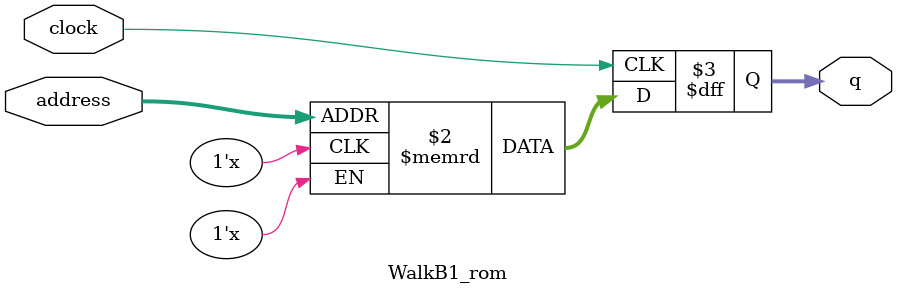
<source format=sv>
module WalkB1_rom (
	input logic clock,
	input logic [12:0] address,
	output logic [2:0] q
);

logic [2:0] memory [0:5399] /* synthesis ram_init_file = "./WalkB1/WalkB1.mif" */;

always_ff @ (posedge clock) begin
	q <= memory[address];
end

endmodule

</source>
